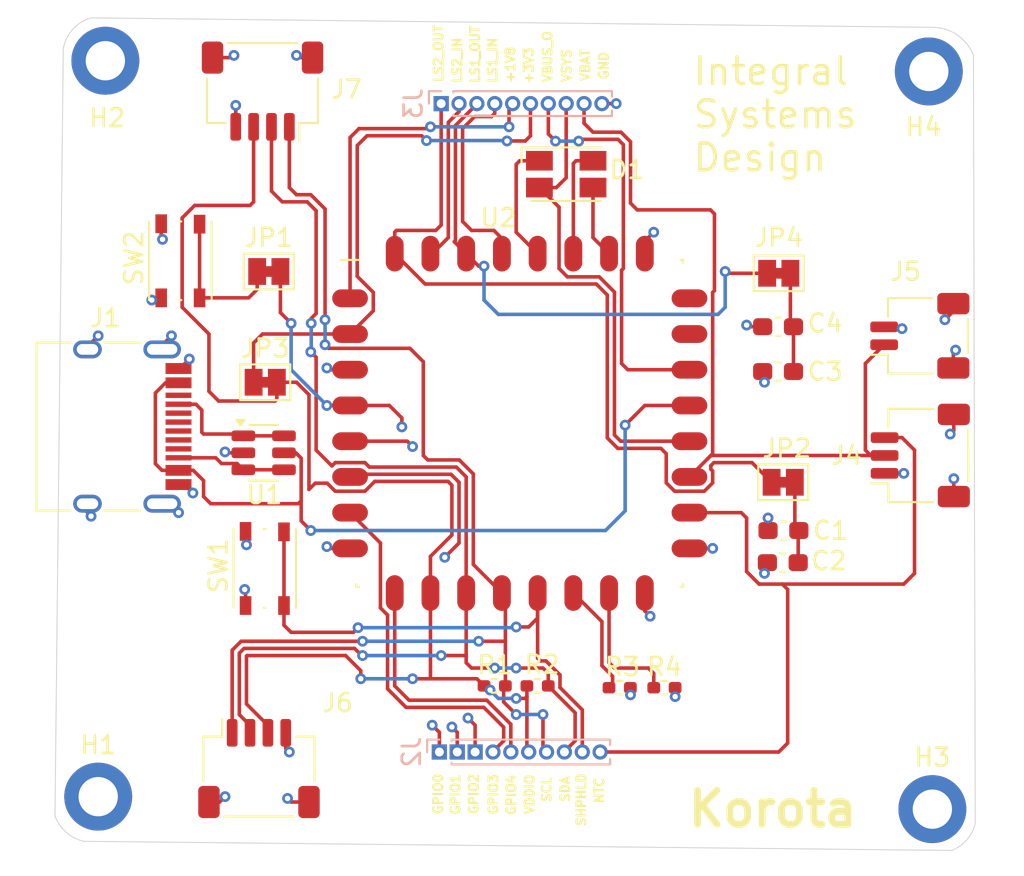
<source format=kicad_pcb>
(kicad_pcb (version 20240108) (generator "pcbnew") (generator_version "8.0")
  (layers (0 "F.Cu" signal) (1 "In1.Cu" signal) (2 "In2.Cu" mixed) (31 "B.Cu" signal) (34 "B.Paste" user) (35 "F.Paste" user) (36 "B.SilkS" user "B.Silkscreen") (37 "F.SilkS" user "F.Silkscreen") (38 "B.Mask" user) (39 "F.Mask" user) (44 "Edge.Cuts" user))
  (net 0 "")
  (net 1 "Net-(D1-GK)")
  (net 2 "Net-(D1-RK)")
  (net 3 "Net-(D1-BK)")
  (net 4 "VSYS")
  (net 5 "VDDIO")
  (net 6 "/GPIO4")
  (net 7 "/SDA")
  (net 8 "/NTC")
  (net 9 "/GPIO3")
  (net 10 "/SHPHLD")
  (net 11 "/GPIO0")
  (net 12 "/GPIO2")
  (net 13 "/GPIO1")
  (net 14 "/SCL")
  (net 15 "/LS2_OUT")
  (net 16 "+3V3")
  (net 17 "/VBAT")
  (net 18 "/LS1_OUT")
  (net 19 "/LS1_IN")
  (net 20 "/VBUS_OUT")
  (net 21 "/LS2_IN")
  (net 22 "GND")
  (net 23 "+1V8")
  (net 24 "Net-(JP2-B)")
  (net 25 "Net-(JP4-B)")
  (net 26 "Net-(JP1-A)")
  (net 27 "Net-(U2-VSET2)")
  (net 28 "Net-(U2-VSET1)")
  (net 29 "Net-(U1-VBUS)")
  (net 30 "Net-(J1-CC2)")
  (net 31 "Net-(J1-CC1)")
  (footprint "MountingHole:MountingHole_2.2mm_M2_DIN965_Pad" (layer "F.Cu") (at 101.7 90.1)
    (property "Reference" "H1")
    (property "Value" "MountingHole")
  )
  (footprint "Connector_JST:JST_SH_SM02B-SRSS-TB_1x02-1MP_P1.00mm_Horizontal" (layer "F.Cu") (at 147.7 64.3 90)
    (property "Reference" "J5")
    (property "Value" "Conn_01x02_MountingPin")
  )
  (footprint "Resistor_SMD:R_0402_1005Metric_Pad0.72x0.64mm_HandSolder" (layer "F.Cu") (at 133.4 84)
    (property "Reference" "R4")
    (property "Value" "47k")
  )
  (footprint "Jumper:SolderJumper-2_P1.3mm_Bridged_Pad1.0x1.5mm" (layer "F.Cu") (at 139.8 60.8)
    (property "Reference" "JP4")
    (property "Value" "SolderJumper_2_Bridged")
  )
  (footprint "Jumper:SolderJumper-2_P1.3mm_Bridged_Pad1.0x1.5mm" (layer "F.Cu") (at 111.25 60.7)
    (property "Reference" "JP1")
    (property "Value" "SolderJumper_2_Bridged")
  )
  (footprint "Capacitor_SMD:C_0603_1608Metric_Pad1.08x0.95mm_HandSolder" (layer "F.Cu") (at 140.0625 75.2 180)
    (property "Reference" "C1")
    (property "Value" "10uF")
  )
  (footprint "Jumper:SolderJumper-2_P1.3mm_Bridged_Pad1.0x1.5mm" (layer "F.Cu") (at 111.05 66.9)
    (property "Reference" "JP3")
    (property "Value" "SolderJumper_2_Bridged")
  )
  (footprint "Button_Switch_SMD:SW_Push_1P1T_NO_Vertical_Wuerth_434133025816" (layer "F.Cu") (at 106.3 60.1 90)
    (property "Reference" "SW2")
    (property "Value" "SW_Push")
  )
  (footprint "Jumper:SolderJumper-2_P1.3mm_Bridged_Pad1.0x1.5mm" (layer "F.Cu") (at 140.05 72.5)
    (property "Reference" "JP2")
    (property "Value" "SolderJumper_2_Bridged")
  )
  (footprint "MountingHole:MountingHole_2.2mm_M2_DIN965_Pad" (layer "F.Cu") (at 148.4 90.8)
    (property "Reference" "H3")
    (property "Value" "MountingHole")
  )
  (footprint "Capacitor_SMD:C_0603_1608Metric_Pad1.08x0.95mm_HandSolder" (layer "F.Cu") (at 139.7625 63.79 180)
    (property "Reference" "C4")
    (property "Value" "10uF")
  )
  (footprint "MountingHole:MountingHole_2.2mm_M2_DIN965_Pad" (layer "F.Cu") (at 102.1 48.9)
    (property "Reference" "H2")
    (property "Value" "MountingHole")
  )
  (footprint "Resistor_SMD:R_0402_1005Metric_Pad0.72x0.64mm_HandSolder" (layer "F.Cu") (at 130.895 84)
    (property "Reference" "R3")
    (property "Value" "330k")
  )
  (footprint "Capacitor_SMD:C_0603_1608Metric_Pad1.08x0.95mm_HandSolder" (layer "F.Cu") (at 139.7625 66.3 180)
    (property "Reference" "C3")
    (property "Value" "10uF")
  )
  (footprint "Connector_JST:JST_SH_SM04B-SRSS-TB_1x04-1MP_P1.00mm_Horizontal" (layer "F.Cu") (at 110.9 50.6 180)
    (property "Reference" "J7")
    (property "Value" "Conn_01x04_MountingPin")
  )
  (footprint "MountingHole:MountingHole_2.2mm_M2_DIN965_Pad" (layer "F.Cu") (at 148.2 49.5)
    (property "Reference" "H4")
    (property "Value" "MountingHole")
  )
  (footprint "Resistor_SMD:R_0402_1005Metric_Pad0.72x0.64mm_HandSolder" (layer "F.Cu") (at 126.2975 83.9)
    (property "Reference" "R2")
    (property "Value" "10k")
  )
  (footprint "Resistor_SMD:R_0402_1005Metric_Pad0.72x0.64mm_HandSolder" (layer "F.Cu") (at 123.8975 83.9)
    (property "Reference" "R1")
    (property "Value" "10k")
  )
  (footprint "Connector_JST:JST_SH_SM03B-SRSS-TB_1x03-1MP_P1.00mm_Horizontal" (layer "F.Cu") (at 147.725 71 90)
    (property "Reference" "J4")
    (property "Value" "Conn_01x03_MountingPin")
  )
  (footprint "Capacitor_SMD:C_0603_1608Metric_Pad1.08x0.95mm_HandSolder" (layer "F.Cu") (at 140.025 77 180)
    (property "Reference" "C2")
    (property "Value" "10uF")
  )
  (footprint "My_symbols:nPM1300-Stamp_18x18_Pitch2mm" (layer "F.Cu") (at 125.3 69.2)
    (property "Reference" "U2")
    (property "Value" "nPM1300 Stamp")
  )
  (footprint "Connector_USB:USB_C_Receptacle_HRO_TYPE-C-31-M-12" (layer "F.Cu") (at 102.15 69.38 -90)
    (property "Reference" "J1")
    (property "Value" "USB_C_Receptacle_USB2.0_14P")
  )
  (footprint "Button_Switch_SMD:SW_Push_1P1T_NO_Vertical_Wuerth_434133025816" (layer "F.Cu") (at 111.025 77.325 90)
    (property "Reference" "SW1")
    (property "Value" "SW_Push")
  )
  (footprint "LED_SMD:LED_Avago_PLCC4_3.2x2.8mm_CW" (layer "F.Cu") (at 127.9 55.25)
    (property "Reference" "D1")
    (property "Value" "ASMB-MTB1-0A3A2")
  )
  (footprint "Connector_JST:JST_SH_SM04B-SRSS-TB_1x04-1MP_P1.00mm_Horizontal" (layer "F.Cu") (at 110.7 88.525)
    (property "Reference" "J6")
    (property "Value" "Conn_01x04_MountingPin")
  )
  (footprint "Package_TO_SOT_SMD:SOT-23-6" (layer "F.Cu") (at 110.9625 70.85)
    (property "Reference" "U1")
    (property "Value" "USBLC6-2SC6")
  )
  (footprint "Connector_PinHeader_1.00mm:PinHeader_1x10_P1.00mm_Vertical" (layer "B.Cu") (at 120.8 87.6 -90)
    (property "Reference" "J2")
    (property "Value" "Conn_01x10")
  )
  (footprint "Connector_PinHeader_1.00mm:PinHeader_1x10_P1.00mm_Vertical" (layer "B.Cu") (at 120.9 51.3 -90)
    (property "Reference" "J3")
    (property "Value" "Conn_01x10")
  )
  (gr_arc (start 99.743398 48.254944) (mid 100.266088 47.15075) (end 101.3 46.500001) (stroke (width 0.05)) (layer "Edge.Cuts"))
  (gr_line (start 99.743398 48.254944) (end 99.27973 91.171008) (stroke (width 0.05)) (layer "Edge.Cuts"))
  (gr_line (start 149.482414 93.111921) (end 100.9 92.6) (stroke (width 0.05)) (layer "Edge.Cuts"))
  (gr_arc (start 100.9 92.599999) (mid 99.907701 92.092052) (end 99.27973 91.171008) (stroke (width 0.05)) (layer "Edge.Cuts"))
  (gr_line (start 101.3 46.5) (end 148.46922 47.031153) (stroke (width 0.05)) (layer "Edge.Cuts"))
  (gr_line (start 150.699999 48.6) (end 150.8 91.6) (stroke (width 0.05)) (layer "Edge.Cuts"))
  (gr_arc (start 150.8 91.6) (mid 150.327438 92.518254) (end 149.482414 93.111921) (stroke (width 0.05)) (layer "Edge.Cuts"))
  (gr_arc (start 148.46922 47.031153) (mid 149.820782 47.479758) (end 150.699999 48.6) (stroke (width 0.05)) (layer "Edge.Cuts"))
  (gr_text "SDA" (at 127.85 89.675 90) (layer "F.SilkS") (effects (font (size 0.5 0.5) (thickness 0.125))))
  (gr_text "LS1_OUT" (at 122.8 48.55 90) (layer "F.SilkS") (effects (font (size 0.5 0.5) (thickness 0.125))))
  (gr_text "LS2_IN" (at 121.8 48.875 90) (layer "F.SilkS") (effects (font (size 0.5 0.5) (thickness 0.125))))
  (gr_text "+1V8" (at 124.775 49.125 90) (layer "F.SilkS") (effects (font (size 0.5 0.5) (thickness 0.125))))
  (gr_text "GPIO0" (at 120.725 89.95 90) (layer "F.SilkS") (effects (font (size 0.5 0.5) (thickness 0.125))))
  (gr_text "SHPHLD" (at 128.75 90.275 90) (layer "F.SilkS") (effects (font (size 0.5 0.5) (thickness 0.125))))
  (gr_text "+3V3" (at 125.8 49.175 90) (layer "F.SilkS") (effects (font (size 0.5 0.5) (thickness 0.125))))
  (gr_text "VBUS_O" (at 126.85 48.675 90) (layer "F.SilkS") (effects (font (size 0.5 0.5) (thickness 0.125))))
  (gr_text "VDDIO" (at 125.85 89.975 90) (layer "F.SilkS") (effects (font (size 0.5 0.5) (thickness 0.125))))
  (gr_text "GND" (at 130 49.175 90) (layer "F.SilkS") (effects (font (size 0.5 0.5) (thickness 0.125))))
  (gr_text "SCL" (at 126.8 89.7 90) (layer "F.SilkS") (effects (font (size 0.5 0.5) (thickness 0.125))))
  (gr_text "GPIO1" (at 121.7 89.975 90) (layer "F.SilkS") (effects (font (size 0.5 0.5) (thickness 0.125))))
  (gr_text "Korota" (at 134.55 91.9 0) (layer "F.SilkS") (effects (font (size 1.9 1.9) (thickness 0.38) (bold yes)) (justify left bottom)))
  (gr_text "NTC" (at 129.75 89.75 90) (layer "F.SilkS") (effects (font (size 0.5 0.5) (thickness 0.125))))
  (gr_text "LS2_OUT" (at 120.75 48.5 90) (layer "F.SilkS") (effects (font (size 0.5 0.5) (thickness 0.125))))
  (gr_text "Integral\nSystems\nDesign" (at 134.9 55.2 0) (layer "F.SilkS") (effects (font (size 1.5 1.5) (thickness 0.2) (bold yes)) (justify left bottom)))
  (gr_text "GPIO3" (at 123.825 89.975 90) (layer "F.SilkS") (effects (font (size 0.5 0.5) (thickness 0.125))))
  (gr_text "GPIO2" (at 122.725 89.95 90) (layer "F.SilkS") (effects (font (size 0.5 0.5) (thickness 0.125))))
  (gr_text "GPIO4" (at 124.825 90 90) (layer "F.SilkS") (effects (font (size 0.5 0.5) (thickness 0.125))))
  (gr_text "VSYS" (at 127.925 49.175 90) (layer "F.SilkS") (effects (font (size 0.5 0.5) (thickness 0.125))))
  (gr_text "VBAT" (at 128.975 49.15 90) (layer "F.SilkS") (effects (font (size 0.5 0.5) (thickness 0.125))))
  (gr_text "LS1_IN" (at 123.775 48.875 90) (layer "F.SilkS") (effects (font (size 0.5 0.5) (thickness 0.125))))
  (segment (start 129.4 54.5) (end 128.45 54.5) (width 0.2) (layer "F.Cu") (net 1))
  (segment (start 128.45 54.5) (end 128.3 54.65) (width 0.2) (layer "F.Cu") (net 1))
  (segment (start 128.3 54.65) (end 128.3 59.7) (width 0.2) (layer "F.Cu") (net 1))
  (segment (start 125.1 54.7) (end 125.1 58.5) (width 0.2) (layer "F.Cu") (net 2))
  (segment (start 125.1 58.5) (end 126.3 59.7) (width 0.2) (layer "F.Cu") (net 2))
  (segment (start 125.3 54.5) (end 125.1 54.7) (width 0.2) (layer "F.Cu") (net 2))
  (segment (start 126.4 54.5) (end 125.3 54.5) (width 0.2) (layer "F.Cu") (net 2))
  (segment (start 129.4 58.8) (end 130.3 59.7) (width 0.2) (layer "F.Cu") (net 3))
  (segment (start 129.4 56) (end 129.4 58.8) (width 0.2) (layer "F.Cu") (net 3))
  (segment (start 134.8 70.2) (end 130.95 70.2) (width 0.2) (layer "F.Cu") (net 4))
  (segment (start 130.6 61.85) (end 129.75 61) (width 0.2) (layer "F.Cu") (net 4))
  (segment (start 126.4 56) (end 127.35 56) (width 0.2) (layer "F.Cu") (net 4))
  (segment (start 127.5 57.1) (end 126.4 56) (width 0.2) (layer "F.Cu") (net 4))
  (segment (start 127.5 60.531371) (end 127.5 57.1) (width 0.2) (layer "F.Cu") (net 4))
  (segment (start 127.35 56) (end 127.9 55.45) (width 0.2) (layer "F.Cu") (net 4))
  (segment (start 130.6 69.85) (end 130.6 61.85) (width 0.2) (layer "F.Cu") (net 4))
  (segment (start 127.968629 61) (end 127.5 60.531371) (width 0.2) (layer "F.Cu") (net 4))
  (segment (start 129.75 61) (end 127.968629 61) (width 0.2) (layer "F.Cu") (net 4))
  (segment (start 127.9 55.45) (end 127.9 51.3) (width 0.2) (layer "F.Cu") (net 4))
  (segment (start 130.95 70.2) (end 130.6 69.85) (width 0.2) (layer "F.Cu") (net 4))
  (segment (start 120.3 83.5) (end 122.9 83.5) (width 0.2) (layer "F.Cu") (net 5))
  (segment (start 111.2 86.109448) (end 111.2 86.525) (width 0.2) (layer "F.Cu") (net 5))
  (segment (start 112.8 66.9) (end 111.7 66.9) (width 0.2) (layer "F.Cu") (net 5))
  (segment (start 125.1 84.6) (end 125.6 84.6) (width 0.2) (layer "F.Cu") (net 5))
  (segment (start 125.7 84.5) (end 125.7 87.5) (width 0.2) (layer "F.Cu") (net 5))
  (segment (start 120.3 78.7) (end 120.3 76.651471) (width 0.2) (layer "F.Cu") (net 5))
  (segment (start 107.1 57) (end 106.4 57.7) (width 0.2) (layer "F.Cu") (net 5))
  (segment (start 108.440686 67.95) (end 111.6 67.95) (width 0.2) (layer "F.Cu") (net 5))
  (segment (start 107.9 64.2) (end 107.9 67.409314) (width 0.2) (layer "F.Cu") (net 5))
  (segment (start 117.181371 72.45) (end 116.631371 73) (width 0.2) (layer "F.Cu") (net 5))
  (segment (start 113.5 67.6) (end 112.8 66.9) (width 0.2) (layer "F.Cu") (net 5))
  (segment (start 121.284314 72.45) (end 117.181371 72.45) (width 0.2) (layer "F.Cu") (net 5))
  (segment (start 111.6 67.95) (end 111.7 67.85) (width 0.2) (layer "F.Cu") (net 5))
  (segment (start 115.549997 82.199997) (end 110.031375 82.199997) (width 0.2) (layer "F.Cu") (net 5))
  (segment (start 123.409955 83.9) (end 123.640514 84.130559) (width 0.2) (layer "F.Cu") (net 5))
  (segment (start 110.4 52.6) (end 110.4 56.8) (width 0.2) (layer "F.Cu") (net 5))
  (segment (start 123.3 83.9) (end 123.409955 83.9) (width 0.2) (layer "F.Cu") (net 5))
  (segment (start 125.7 83.9) (end 125.7 84.5) (width 0.2) (layer "F.Cu") (net 5))
  (segment (start 113.5 72.9) (end 113.5 67.6) (width 0.2) (layer "F.Cu") (net 5))
  (segment (start 120.3 83.5) (end 119.3 83.5) (width 0.2) (layer "F.Cu") (net 5))
  (segment (start 125.7 87.5) (end 125.8 87.6) (width 0.2) (layer "F.Cu") (net 5))
  (segment (start 120.3 78.7) (end 120.3 83.5) (width 0.2) (layer "F.Cu") (net 5))
  (segment (start 110.4 56.8) (end 110.2 57) (width 0.2) (layer "F.Cu") (net 5))
  (segment (start 111.7 67.85) (end 111.7 66.9) (width 0.2) (layer "F.Cu") (net 5))
  (segment (start 116.631371 73) (end 114.968629 73) (width 0.2) (layer "F.Cu") (net 5))
  (segment (start 114.518629 72.55) (end 113.85 72.55) (width 0.2) (layer "F.Cu") (net 5))
  (segment (start 113.85 72.55) (end 113.5 72.9) (width 0.2) (layer "F.Cu") (net 5))
  (segment (start 121.5 72.665686) (end 121.284314 72.45) (width 0.2) (layer "F.Cu") (net 5))
  (segment (start 106.4 62.7) (end 107.9 64.2) (width 0.2) (layer "F.Cu") (net 5))
  (segment (start 107.9 67.409314) (end 108.440686 67.95) (width 0.2) (layer "F.Cu") (net 5))
  (segment (start 110 82.231372) (end 110 84.909448) (width 0.2) (layer "F.Cu") (net 5))
  (segment (start 122.9 83.5) (end 123.3 83.9) (width 0.2) (layer "F.Cu") (net 5))
  (segment (start 125.6 84.6) (end 125.7 84.5) (width 0.2) (layer "F.Cu") (net 5))
  (segment (start 110.031375 82.199997) (end 110 82.231372) (width 0.2) (layer "F.Cu") (net 5))
  (segment (start 116.4 83.5) (end 116.4 83.05) (width 0.2) (layer "F.Cu") (net 5))
  (segment (start 116.4 83.05) (end 115.549997 82.199997) (width 0.2) (layer "F.Cu") (net 5))
  (segment (start 106.4 57.7) (end 106.4 62.7) (width 0.2) (layer "F.Cu") (net 5))
  (segment (start 120.3 76.651471) (end 121.5 75.451471) (width 0.2) (layer "F.Cu") (net 5))
  (segment (start 121.5 75.451471) (end 121.5 72.665686) (width 0.2) (layer "F.Cu") (net 5))
  (segment (start 114.968629 73) (end 114.518629 72.55) (width 0.2) (layer "F.Cu") (net 5))
  (segment (start 110.2 57) (end 107.1 57) (width 0.2) (layer "F.Cu") (net 5))
  (segment (start 110 84.909448) (end 111.2 86.109448) (width 0.2) (layer "F.Cu") (net 5))
  (via (at 119.3 83.5) (size 0.6) (drill 0.3) (layers "F.Cu" "B.Cu") (net 5))
  (via (at 123.640514 84.130559) (size 0.6) (drill 0.3) (layers "F.Cu" "B.Cu") (net 5))
  (via (at 116.4 83.5) (size 0.6) (drill 0.3) (layers "F.Cu" "B.Cu") (net 5))
  (via (at 125.1 84.6) (size 0.6) (drill 0.3) (layers "F.Cu" "B.Cu") (net 5))
  (segment (start 119.3 83.5) (end 116.4 83.5) (width 0.2) (layer "B.Cu") (net 5))
  (segment (start 124.1 84.6) (end 125.1 84.6) (width 0.2) (layer "B.Cu") (net 5))
  (segment (start 123.640514 84.130559) (end 123.640514 84.140514) (width 0.2) (layer "B.Cu") (net 5))
  (segment (start 123.640514 84.140514) (end 124.1 84.6) (width 0.2) (layer "B.Cu") (net 5))
  (segment (start 124.8 86.048529) (end 124.8 87.6) (width 0.2) (layer "F.Cu") (net 6))
  (segment (start 118.3 78.7) (end 118.3 83.9) (width 0.2) (layer "F.Cu") (net 6))
  (segment (start 123.451471 84.7) (end 124.8 86.048529) (width 0.2) (layer "F.Cu") (net 6))
  (segment (start 118.3 83.9) (end 119.1 84.7) (width 0.2) (layer "F.Cu") (net 6))
  (segment (start 119.1 84.7) (end 123.451471 84.7) (width 0.2) (layer "F.Cu") (net 6))
  (segment (start 112 56.8) (end 113.4 56.8) (width 0.2) (layer "F.Cu") (net 7))
  (segment (start 126.6 82.9) (end 126.895 83.195) (width 0.2) (layer "F.Cu") (net 7))
  (segment (start 113.9 57.3) (end 113.9 63.051471) (width 0.2) (layer "F.Cu") (net 7))
  (segment (start 114.968629 71.4) (end 116.631371 71.4) (width 0.2) (layer "F.Cu") (net 7))
  (segment (start 113.9 70.7) (end 114.784315 71.584315) (width 0.2) (layer "F.Cu") (net 7))
  (segment (start 113.9 65.5) (end 113.9 70.7) (width 0.2) (layer "F.Cu") (net 7))
  (segment (start 128.4 85.405) (end 128.4 86.974695) (width 0.2) (layer "F.Cu") (net 7))
  (segment (start 109.865689 81.799997) (end 109.6 82.065686) (width 0.2) (layer "F.Cu") (net 7))
  (segment (start 114.784315 71.584315) (end 114.968629 71.4) (width 0.2) (layer "F.Cu") (net 7))
  (segment (start 116.051471 81.799997) (end 109.865689 81.799997) (width 0.2) (layer "F.Cu") (net 7))
  (segment (start 111.4 56.2) (end 112 56.8) (width 0.2) (layer "F.Cu") (net 7))
  (segment (start 116.451474 82.2) (end 116.051471 81.799997) (width 0.2) (layer "F.Cu") (net 7))
  (segment (start 111.4 52.6) (end 111.4 56.2) (width 0.2) (layer "F.Cu") (net 7))
  (segment (start 113.6 65.2) (end 113.9 65.5) (width 0.2) (layer "F.Cu") (net 7))
  (segment (start 116.881371 71.65) (end 121.75 71.65) (width 0.2) (layer "F.Cu") (net 7))
  (segment (start 122.3 82.6) (end 122.6 82.9) (width 0.2) (layer "F.Cu") (net 7))
  (segment (start 110.2 86.525) (end 110.2 86.109448) (width 0.2) (layer "F.Cu") (net 7))
  (segment (start 110.2 86.109448) (end 109.6 85.509448) (width 0.2) (layer "F.Cu") (net 7))
  (segment (start 122.3 82.2) (end 122.3 82.6) (width 0.2) (layer "F.Cu") (net 7))
  (segment (start 128.075 87.325) (end 127.8 87.6) (width 0.2) (layer "F.Cu") (net 7))
  (segment (start 122.6 82.9) (end 123.895 82.9) (width 0.2) (layer "F.Cu") (net 7))
  (segment (start 113.625401 63.32607) (end 113.625401 63.6) (width 0.2) (layer "F.Cu") (net 7))
  (segment (start 109.6 82.065686) (end 109.6 85.509448) (width 0.2) (layer "F.Cu") (net 7))
  (segment (start 116.631371 71.4) (end 116.881371 71.65) (width 0.2) (layer "F.Cu") (net 7))
  (segment (start 128.4 86.974695) (end 128.075 87.299695) (width 0.2) (layer "F.Cu") (net 7))
  (segment (start 126.895 83.9) (end 128.4 85.405) (width 0.2) (layer "F.Cu") (net 7))
  (segment (start 120.9 82.2) (end 122.3 82.2) (width 0.2) (layer "F.Cu") (net 7))
  (segment (start 113.9 63.051471) (end 113.625401 63.32607) (width 0.2) (layer "F.Cu") (net 7))
  (segment (start 113.4 56.8) (end 113.9 57.3) (width 0.2) (layer "F.Cu") (net 7))
  (segment (start 116.5 82.2) (end 116.451474 82.2) (width 0.2) (layer "F.Cu") (net 7))
  (segment (start 128.075 87.299695) (end 128.075 87.325) (width 0.2) (layer "F.Cu") (net 7))
  (segment (start 126.895 83.195) (end 126.895 83.9) (width 0.2) (layer "F.Cu") (net 7))
  (segment (start 122.3 72.2) (end 122.3 78.7) (width 0.2) (layer "F.Cu") (net 7))
  (segment (start 121.75 71.65) (end 122.3 72.2) (width 0.2) (layer "F.Cu") (net 7))
  (segment (start 125.095 82.9) (end 126.6 82.9) (width 0.2) (layer "F.Cu") (net 7))
  (segment (start 122.3 78.7) (end 122.3 82.2) (width 0.2) (layer "F.Cu") (net 7))
  (via (at 116.5 82.2) (size 0.6) (drill 0.3) (layers "F.Cu" "B.Cu") (net 7))
  (via (at 125.095 82.9) (size 0.6) (drill 0.3) (layers "F.Cu" "B.Cu") (net 7))
  (via (at 113.6 65.2) (size 0.6) (drill 0.3) (layers "F.Cu" "B.Cu") (net 7))
  (via (at 113.625401 63.6) (size 0.6) (drill 0.3) (layers "F.Cu" "B.Cu") (net 7))
  (via (at 123.895 82.9) (size 0.6) (drill 0.3) (layers "F.Cu" "B.Cu") (net 7))
  (via (at 120.9 82.2) (size 0.6) (drill 0.3) (layers "F.Cu" "B.Cu") (net 7))
  (segment (start 113.625401 63.6) (end 113.625401 65.174599) (width 0.2) (layer "B.Cu") (net 7))
  (segment (start 123.895 82.9) (end 125.095 82.9) (width 0.2) (layer "B.Cu") (net 7))
  (segment (start 113.625401 65.174599) (end 113.6 65.2) (width 0.2) (layer "B.Cu") (net 7))
  (segment (start 116.5 82.2) (end 120.9 82.2) (width 0.2) (layer "B.Cu") (net 7))
  (segment (start 146.8 78.2) (end 147.4 77.6) (width 0.2) (layer "F.Cu") (net 8))
  (segment (start 134.8 74.2) (end 137.7 74.2) (width 0.2) (layer "F.Cu") (net 8))
  (segment (start 139.8 87.6) (end 140.3 87.1) (width 0.2) (layer "F.Cu") (net 8))
  (segment (start 137.7 74.2) (end 138 74.5) (width 0.2) (layer "F.Cu") (net 8))
  (segment (start 140 78.2) (end 146.8 78.2) (width 0.2) (layer "F.Cu") (net 8))
  (segment (start 138 77.5) (end 138.7 78.2) (width 0.2) (layer "F.Cu") (net 8))
  (segment (start 146.7 70) (end 145.725 70) (width 0.2) (layer "F.Cu") (net 8))
  (segment (start 138.7 78.2) (end 140 78.2) (width 0.2) (layer "F.Cu") (net 8))
  (segment (start 140.3 78.5) (end 140 78.2) (width 0.2) (layer "F.Cu") (net 8))
  (segment (start 147.4 70.7) (end 146.7 70) (width 0.2) (layer "F.Cu") (net 8))
  (segment (start 147.4 77.6) (end 147.4 70.7) (width 0.2) (layer "F.Cu") (net 8))
  (segment (start 138 74.5) (end 138 77.5) (width 0.2) (layer "F.Cu") (net 8))
  (segment (start 129.8 87.6) (end 139.8 87.6) (width 0.2) (layer "F.Cu") (net 8))
  (segment (start 140.3 87.1) (end 140.3 78.5) (width 0.2) (layer "F.Cu") (net 8))
  (segment (start 124.4 86.214215) (end 123.285785 85.1) (width 0.2) (layer "F.Cu") (net 9))
  (segment (start 123.8 87.6) (end 124.075 87.325) (width 0.2) (layer "F.Cu") (net 9))
  (segment (start 117.9 84.065686) (end 117.9 79.931371) (width 0.2) (layer "F.Cu") (net 9))
  (segment (start 117.5 75.9) (end 115.8 74.2) (width 0.2) (layer "F.Cu") (net 9))
  (segment (start 124.4 86.974695) (end 124.4 86.214215) (width 0.2) (layer "F.Cu") (net 9))
  (segment (start 124.075 87.325) (end 124.075 87.299695) (width 0.2) (layer "F.Cu") (net 9))
  (segment (start 117.9 79.931371) (end 117.5 79.531371) (width 0.2) (layer "F.Cu") (net 9))
  (segment (start 118.7 84.865685) (end 118.634314 84.8) (width 0.2) (layer "F.Cu") (net 9))
  (segment (start 123.285785 85.1) (end 118.934314 85.1) (width 0.2) (layer "F.Cu") (net 9))
  (segment (start 118.634314 84.8) (end 117.9 84.065686) (width 0.2) (layer "F.Cu") (net 9))
  (segment (start 124.075 87.299695) (end 124.4 86.974695) (width 0.2) (layer "F.Cu") (net 9))
  (segment (start 117.5 79.531371) (end 117.5 75.9) (width 0.2) (layer "F.Cu") (net 9))
  (segment (start 118.934314 85.1) (end 118.7 84.865685) (width 0.2) (layer "F.Cu") (net 9))
  (segment (start 126.3 80.1) (end 126.3 78.7) (width 0.2) (layer "F.Cu") (net 10))
  (segment (start 127.5525 83.286814) (end 127.5525 83.991814) (width 0.2) (layer "F.Cu") (net 10))
  (segment (start 126.3 78.7) (end 126.3 82.35) (width 0.2) (layer "F.Cu") (net 10))
  (segment (start 127.5525 83.991814) (end 128.8 85.239314) (width 0.2) (layer "F.Cu") (net 10))
  (segment (start 125.1 80.6) (end 125.8 80.6) (width 0.2) (layer "F.Cu") (net 10))
  (segment (start 112.1 79.4) (end 112.1 80.5) (width 0.2) (layer "F.Cu") (net 10))
  (segment (start 125.8 80.6) (end 126.3 80.1) (width 0.2) (layer "F.Cu") (net 10))
  (segment (start 112.1 80.5) (end 112.5 80.9) (width 0.2) (layer "F.Cu") (net 10))
  (segment (start 112.5 80.9) (end 115.988065 80.9) (width 0.2) (layer "F.Cu") (net 10))
  (segment (start 128.8 85.239314) (end 128.8 87.6) (width 0.2) (layer "F.Cu") (net 10))
  (segment (start 115.988065 80.9) (end 116.247016 80.641049) (width 0.2) (layer "F.Cu") (net 10))
  (segment (start 126.765686 82.5) (end 127.5525 83.286814) (width 0.2) (layer "F.Cu") (net 10))
  (segment (start 126.3 82.35) (end 126.45 82.5) (width 0.2) (layer "F.Cu") (net 10))
  (segment (start 112.1 75.275) (end 112.1 79.4) (width 0.2) (layer "F.Cu") (net 10))
  (segment (start 126.45 82.5) (end 126.765686 82.5) (width 0.2) (layer "F.Cu") (net 10))
  (via (at 116.247016 80.641049) (size 0.6) (drill 0.3) (layers "F.Cu" "B.Cu") (net 10))
  (via (at 125.1 80.6) (size 0.6) (drill 0.3) (layers "F.Cu" "B.Cu") (net 10))
  (segment (start 125.058951 80.641049) (end 125.1 80.6) (width 0.2) (layer "B.Cu") (net 10))
  (segment (start 116.247016 80.641049) (end 125.058951 80.641049) (width 0.2) (layer "B.Cu") (net 10))
  (segment (start 112.5 63.6) (end 111.9 63) (width 0.2) (layer "F.Cu") (net 11))
  (segment (start 118.7 69.4) (end 118.7 68.9) (width 0.2) (layer "F.Cu") (net 11))
  (segment (start 118 68.2) (end 115.8 68.2) (width 0.2) (layer "F.Cu") (net 11))
  (segment (start 118.7 68.9) (end 118 68.2) (width 0.2) (layer "F.Cu") (net 11))
  (segment (start 115.8 68.2) (end 114.5 68.2) (width 0.2) (layer "F.Cu") (net 11))
  (segment (start 120.8 87.6) (end 120.8 86.5) (width 0.2) (layer "F.Cu") (net 11))
  (segment (start 120.8 86.5) (end 120.4 86.1) (width 0.2) (layer "F.Cu") (net 11))
  (segment (start 111.9 63) (end 111.9 60.7) (width 0.2) (layer "F.Cu") (net 11))
  (via (at 118.7 69.4) (size 0.6) (drill 0.3) (layers "F.Cu" "B.Cu") (net 11))
  (via (at 120.4 86.1) (size 0.6) (drill 0.3) (layers "F.Cu" "B.Cu") (net 11))
  (via (at 112.5 63.6) (size 0.6) (drill 0.3) (layers "F.Cu" "B.Cu") (net 11))
  (via (at 114.5 68.2) (size 0.6) (drill 0.3) (layers "F.Cu" "B.Cu") (net 11))
  (segment (start 114.5 68.2) (end 112.5 66.2) (width 0.2) (layer "B.Cu") (net 11))
  (segment (start 112.5 66.2) (end 112.5 63.6) (width 0.2) (layer "B.Cu") (net 11))
  (segment (start 116.715686 72.05) (end 116.615686 71.95) (width 0.2) (layer "F.Cu") (net 12))
  (segment (start 116.615686 71.95) (end 116.05 71.95) (width 0.2) (layer "F.Cu") (net 12))
  (segment (start 121.9 72.5) (end 121.45 72.05) (width 0.2) (layer "F.Cu") (net 12))
  (segment (start 122.8 87.6) (end 122.8 86.1) (width 0.2) (layer "F.Cu") (net 12))
  (segment (start 121.1 76.7) (end 121.9 75.9) (width 0.2) (layer "F.Cu") (net 12))
  (segment (start 121.9 75.9) (end 121.9 72.5) (width 0.2) (layer "F.Cu") (net 12))
  (segment (start 121.45 72.05) (end 116.715686 72.05) (width 0.2) (layer "F.Cu") (net 12))
  (segment (start 116.05 71.95) (end 115.8 72.2) (width 0.2) (layer "F.Cu") (net 12))
  (segment (start 122.8 86.1) (end 122.4 85.7) (width 0.2) (layer "F.Cu") (net 12))
  (via (at 121.1 76.7) (size 0.6) (drill 0.3) (layers "F.Cu" "B.Cu") (net 12))
  (via (at 122.4 85.7) (size 0.6) (drill 0.3) (layers "F.Cu" "B.Cu") (net 12))
  (segment (start 119 70.2) (end 115.8 70.2) (width 0.2) (layer "F.Cu") (net 13))
  (segment (start 119.3 70.5) (end 119 70.2) (width 0.2) (layer "F.Cu") (net 13))
  (segment (start 121.8 87.6) (end 121.8 86.5) (width 0.2) (layer "F.Cu") (net 13))
  (segment (start 121.8 86.5) (end 121.5 86.2) (width 0.2) (layer "F.Cu") (net 13))
  (via (at 119.3 70.5) (size 0.6) (drill 0.3) (layers "F.Cu" "B.Cu") (net 13))
  (via (at 121.5 86.2) (size 0.6) (drill 0.3) (layers "F.Cu" "B.Cu") (net 13))
  (segment (start 122.7 72.034314) (end 121.915686 71.25) (width 0.2) (layer "F.Cu") (net 14))
  (segment (start 112.4 56) (end 112.8 56.4) (width 0.2) (layer "F.Cu") (net 14))
  (segment (start 119.9 71) (end 119.9 65.75) (width 0.2) (layer "F.Cu") (net 14))
  (segment (start 109.700003 81.399997) (end 109.2 81.9) (width 0.2) (layer "F.Cu") (net 14))
  (segment (start 116.5 81.399997) (end 109.700003 81.399997) (width 0.2) (layer "F.Cu") (net 14))
  (segment (start 126.8 87.6) (end 126.7 87.6) (width 0.2) (layer "F.Cu") (net 14))
  (segment (start 114.4 57.2) (end 114.4 63.4) (width 0.2) (layer "F.Cu") (net 14))
  (segment (start 124.4 83.995) (end 124.495 83.9) (width 0.2) (layer "F.Cu") (net 14))
  (segment (start 112.4 52.6) (end 112.4 56) (width 0.2) (layer "F.Cu") (net 14))
  (segment (start 109.2 81.9) (end 109.2 86.525) (width 0.2) (layer "F.Cu") (net 14))
  (segment (start 112.8 56.4) (end 113.6 56.4) (width 0.2) (layer "F.Cu") (net 14))
  (segment (start 124.3 78.7) (end 122.7 77.1) (width 0.2) (layer "F.Cu") (net 14))
  (segment (start 121.915686 71.25) (end 120.15 71.25) (width 0.2) (layer "F.Cu") (net 14))
  (segment (start 126.6 87.5) (end 126.6 85.5) (width 0.2) (layer "F.Cu") (net 14))
  (segment (start 124.4 84.8) (end 124.4 83.995) (width 0.2) (layer "F.Cu") (net 14))
  (segment (start 124.495 78.895) (end 124.3 78.7) (width 0.2) (layer "F.Cu") (net 14))
  (segment (start 123 81.4) (end 124.495 81.4) (width 0.2) (layer "F.Cu") (net 14))
  (segment (start 122.7 77.1) (end 122.7 72.034314) (width 0.2) (layer "F.Cu") (net 14))
  (segment (start 119.15 65) (end 114.6 65) (width 0.2) (layer "F.Cu") (net 14))
  (segment (start 119.9 65.75) (end 119.15 65) (width 0.2) (layer "F.Cu") (net 14))
  (segment (start 126.7 87.6) (end 126.6 87.5) (width 0.2) (layer "F.Cu") (net 14))
  (segment (start 113.6 56.4) (end 114.4 57.2) (width 0.2) (layer "F.Cu") (net 14))
  (segment (start 125.1 85.5) (end 124.4 84.8) (width 0.2) (layer "F.Cu") (net 14))
  (segment (start 120.15 71.25) (end 119.9 71) (width 0.2) (layer "F.Cu") (net 14))
  (segment (start 124.495 83.9) (end 124.495 81.4) (width 0.2) (layer "F.Cu") (net 14))
  (segment (start 114.6 65) (end 114.4 64.8) (width 0.2) (layer "F.Cu") (net 14))
  (segment (start 124.495 81.4) (end 124.495 78.895) (width 0.2) (layer "F.Cu") (net 14))
  (via (at 114.4 64.8) (size 0.6) (drill 0.3) (layers "F.Cu" "B.Cu") (net 14))
  (via (at 125.1 85.5) (size 0.6) (drill 0.3) (layers "F.Cu" "B.Cu") (net 14))
  (via (at 114.4 63.4) (size 0.6) (drill 0.3) (layers "F.Cu" "B.Cu") (net 14))
  (via (at 116.5 81.399997) (size 0.6) (drill 0.3) (layers "F.Cu" "B.Cu") (net 14))
  (via (at 126.6 85.5) (size 0.6) (drill 0.3) (layers "F.Cu" "B.Cu") (net 14))
  (via (at 123 81.4) (size 0.6) (drill 0.3) (layers "F.Cu" "B.Cu") (net 14))
  (segment (start 116.5 81.399997) (end 122.999997 81.399997) (width 0.2) (layer "B.Cu") (net 14))
  (segment (start 114.4 64.8) (end 114.4 63.4) (width 0.2) (layer "B.Cu") (net 14))
  (segment (start 122.999997 81.399997) (end 123 81.4) (width 0.2) (layer "B.Cu") (net 14))
  (segment (start 126.6 85.5) (end 125.1 85.5) (width 0.2) (layer "B.Cu") (net 14))
  (segment (start 138.3 71.4) (end 136.165686 71.4) (width 0.2) (layer "F.Cu") (net 15))
  (segment (start 133.5 72.531371) (end 133.5 70.9) (width 0.2) (layer "F.Cu") (net 15))
  (segment (start 130.2 62.015686) (end 129.584314 61.4) (width 0.2) (layer "F.Cu") (net 15))
  (segment (start 136.165686 71.4) (end 136 71.565686) (width 0.2) (layer "F.Cu") (net 15))
  (segment (start 133.5 70.9) (end 133.2 70.6) (width 0.2) (layer "F.Cu") (net 15))
  (segment (start 136.1 71.868629) (end 136.1 72.531371) (width 0.2) (layer "F.Cu") (net 15))
  (segment (start 118.3 58.5) (end 118.4 58.4) (width 0.2) (layer "F.Cu") (net 15))
  (segment (start 133.968629 73) (end 133.5 72.531371) (width 0.2) (layer "F.Cu") (net 15))
  (segment (start 130.2 70.015686) (end 130.2 62.015686) (width 0.2) (layer "F.Cu") (net 15))
  (segment (start 136 71.565686) (end 136 71.768629) (width 0.2) (layer "F.Cu") (net 15))
  (segment (start 135.631371 73) (end 133.968629 73) (width 0.2) (layer "F.Cu") (net 15))
  (segment (start 136 71.768629) (end 136.1 71.868629) (width 0.2) (layer "F.Cu") (net 15))
  (segment (start 120.9 58.1) (end 120.9 51.3) (width 0.2) (layer "F.Cu") (net 15))
  (segment (start 136.1 72.531371) (end 135.631371 73) (width 0.2) (layer "F.Cu") (net 15))
  (segment (start 139.4 72.5) (end 138.3 71.4) (width 0.2) (layer "F.Cu") (net 15))
  (segment (start 118.3 59.7) (end 118.3 58.5) (width 0.2) (layer "F.Cu") (net 15))
  (segment (start 130.784314 70.6) (end 130.2 70.015686) (width 0.2) (layer "F.Cu") (net 15))
  (segment (start 120 61.4) (end 118.3 59.7) (width 0.2) (layer "F.Cu") (net 15))
  (segment (start 133.2 70.6) (end 130.784314 70.6) (width 0.2) (layer "F.Cu") (net 15))
  (segment (start 120.6 58.4) (end 120.9 58.1) (width 0.2) (layer "F.Cu") (net 15))
  (segment (start 129.584314 61.4) (end 120 61.4) (width 0.2) (layer "F.Cu") (net 15))
  (segment (start 118.4 58.4) (end 120.6 58.4) (width 0.2) (layer "F.Cu") (net 15))
  (segment (start 117.1 62.9) (end 117.1 61.868629) (width 0.2) (layer "F.Cu") (net 16))
  (segment (start 116.2 53.65) (end 116.75 53.1) (width 0.2) (layer "F.Cu") (net 16))
  (segment (start 116.75 53.1) (end 119.811 53.1) (width 0.2) (layer "F.Cu") (net 16))
  (segment (start 116.2 60.968629) (end 116.2 53.65) (width 0.2) (layer "F.Cu") (net 16))
  (segment (start 117.1 61.868629) (end 116.2 60.968629) (width 0.2) (layer "F.Cu") (net 16))
  (segment (start 119.811 53.1) (end 120.080222 53.369222) (width 0.2) (layer "F.Cu") (net 16))
  (segment (start 110.4 66.9) (end 110.4 64.7) (width 0.2) (layer "F.Cu") (net 16))
  (segment (start 115.8 64.2) (end 117.1 62.9) (width 0.2) (layer "F.Cu") (net 16))
  (segment (start 110.9 64.2) (end 115.8 64.2) (width 0.2) (layer "F.Cu") (net 16))
  (segment (start 110.4 64.7) (end 110.9 64.2) (width 0.2) (layer "F.Cu") (net 16))
  (segment (start 124.586863 53.391962) (end 125.608038 53.391962) (width 0.2) (layer "F.Cu") (net 16))
  (segment (start 125.9 53.1) (end 125.9 51.3) (width 0.2) (layer "F.Cu") (net 16))
  (segment (start 125.608038 53.391962) (end 125.9 53.1) (width 0.2) (layer "F.Cu") (net 16))
  (via (at 124.586863 53.391962) (size 0.6) (drill 0.3) (layers "F.Cu" "B.Cu") (net 16))
  (via (at 120.080222 53.369222) (size 0.6) (drill 0.3) (layers "F.Cu" "B.Cu") (net 16))
  (segment (start 124.564123 53.369222) (end 124.586863 53.391962) (width 0.2) (layer "B.Cu") (net 16))
  (segment (start 120.080222 53.369222) (end 124.564123 53.369222) (width 0.2) (layer "B.Cu") (net 16))
  (segment (start 136.2 61.768629) (end 136.2 57.475) (width 0.2) (layer "F.Cu") (net 17))
  (segment (start 136.1 70.9) (end 136.1 61.868629) (width 0.2) (layer "F.Cu") (net 17))
  (segment (start 145.725 71) (end 144.950001 71) (width 0.2) (layer "F.Cu") (net 17))
  (segment (start 144.950001 71) (end 144.65 70.699999) (width 0.2) (layer "F.Cu") (net 17))
  (segment (start 129.4 52.9) (end 128.9 52.4) (width 0.2) (layer "F.Cu") (net 17))
  (segment (start 134.8 72.2) (end 135.8 71.2) (width 0.2) (layer "F.Cu") (net 17))
  (segment (start 136.1 61.868629) (end 136.2 61.768629) (width 0.2) (layer "F.Cu") (net 17))
  (segment (start 135.8 71.2) (end 136 71) (width 0.2) (layer "F.Cu") (net 17))
  (segment (start 131.5 56.875) (end 131.5 53.434314) (width 0.2) (layer "F.Cu") (net 17))
  (segment (start 144.65 65.85) (end 145.7 64.8) (width 0.2) (layer "F.Cu") (net 17))
  (segment (start 135.8 71.2) (end 136.1 70.9) (width 0.2) (layer "F.Cu") (net 17))
  (segment (start 130.965686 52.9) (end 129.4 52.9) (width 0.2) (layer "F.Cu") (net 17))
  (segment (start 144.65 70.699999) (end 144.65 65.85) (width 0.2) (layer "F.Cu") (net 17))
  (segment (start 136.2 57.475) (end 135.975 57.25) (width 0.2) (layer "F.Cu") (net 17))
  (segment (start 128.9 52.4) (end 128.9 51.3) (width 0.2) (layer "F.Cu") (net 17))
  (segment (start 131.5 53.434314) (end 130.965686 52.9) (width 0.2) (layer "F.Cu") (net 17))
  (segment (start 131.875 57.25) (end 131.5 56.875) (width 0.2) (layer "F.Cu") (net 17))
  (segment (start 136 71) (end 145.725 71) (width 0.2) (layer "F.Cu") (net 17))
  (segment (start 135.975 57.25) (end 131.875 57.25) (width 0.2) (layer "F.Cu") (net 17))
  (segment (start 121.7 58.965686) (end 121.7 52.525305) (width 0.2) (layer "F.Cu") (net 18))
  (segment (start 122.3 59.7) (end 121.632843 59.032843) (width 0.2) (layer "F.Cu") (net 18))
  (segment (start 121.632843 59.032843) (end 121.7 58.965686) (width 0.2) (layer "F.Cu") (net 18))
  (segment (start 139.15 60.8) (end 136.9 60.8) (width 0.2) (layer "F.Cu") (net 18))
  (segment (start 121.7 52.525305) (end 122.9 51.325305) (width 0.2) (layer "F.Cu") (net 18))
  (segment (start 122.9 51.325305) (end 122.9 51.3) (width 0.2) (layer "F.Cu") (net 18))
  (segment (start 123 60.4) (end 122.3 59.7) (width 0.2) (layer "F.Cu") (net 18))
  (segment (start 136.9 60.8) (end 136.8 60.7) (width 0.2) (layer "F.Cu") (net 18))
  (segment (start 123.3 60.4) (end 123 60.4) (width 0.2) (layer "F.Cu") (net 18))
  (via (at 136.8 60.7) (size 0.6) (drill 0.3) (layers "F.Cu" "B.Cu") (net 18))
  (via (at 123.3 60.4) (size 0.6) (drill 0.3) (layers "F.Cu" "B.Cu") (net 18))
  (segment (start 123.3 62.3) (end 123.3 60.4) (width 0.2) (layer "B.Cu") (net 18))
  (segment (start 136.8 62.7) (end 136.4 63.1) (width 0.2) (layer "B.Cu") (net 18))
  (segment (start 136.4 63.1) (end 124.1 63.1) (width 0.2) (layer "B.Cu") (net 18))
  (segment (start 136.8 60.7) (end 136.8 62.7) (width 0.2) (layer "B.Cu") (net 18))
  (segment (start 124.1 63.1) (end 123.3 62.3) (width 0.2) (layer "B.Cu") (net 18))
  (segment (start 123.9 51.85) (end 123.9 51.3) (width 0.2) (layer "F.Cu") (net 19))
  (segment (start 123.725 52.025) (end 123.9 51.85) (width 0.2) (layer "F.Cu") (net 19))
  (segment (start 122.1 52.7) (end 122.775 52.025) (width 0.2) (layer "F.Cu") (net 19))
  (segment (start 124.3 59.7) (end 124.3 58.85) (width 0.2) (layer "F.Cu") (net 19))
  (segment (start 122.6 58.4) (end 122.1 57.9) (width 0.2) (layer "F.Cu") (net 19))
  (segment (start 123.85 58.4) (end 122.6 58.4) (width 0.2) (layer "F.Cu") (net 19))
  (segment (start 122.1 57.9) (end 122.1 52.7) (width 0.2) (layer "F.Cu") (net 19))
  (segment (start 122.775 52.025) (end 123.725 52.025) (width 0.2) (layer "F.Cu") (net 19))
  (segment (start 124.3 58.85) (end 123.85 58.4) (width 0.2) (layer "F.Cu") (net 19))
  (segment (start 130.8 53.3) (end 128.7 53.3) (width 0.2) (layer "F.Cu") (net 20))
  (segment (start 131 60.631371) (end 131.1 60.531371) (width 0.2) (layer "F.Cu") (net 20))
  (segment (start 128.7 53.3) (end 128.6 53.4) (width 0.2) (layer "F.Cu") (net 20))
  (segment (start 131.35 66.2) (end 131 65.85) (width 0.2) (layer "F.Cu") (net 20))
  (segment (start 127.3 53.4) (end 126.9 53) (width 0.2) (layer "F.Cu") (net 20))
  (segment (start 131 65.85) (end 131 60.631371) (width 0.2) (layer "F.Cu") (net 20))
  (segment (start 131.1 60.531371) (end 131.1 53.6) (width 0.2) (layer "F.Cu") (net 20))
  (segment (start 134.8 66.2) (end 131.35 66.2) (width 0.2) (layer "F.Cu") (net 20))
  (segment (start 131.1 53.6) (end 130.8 53.3) (width 0.2) (layer "F.Cu") (net 20))
  (segment (start 126.9 53) (end 126.9 51.3) (width 0.2) (layer "F.Cu") (net 20))
  (via (at 128.6 53.4) (size 0.6) (drill 0.3) (layers "F.Cu" "B.Cu") (net 20))
  (via (at 127.3 53.4) (size 0.6) (drill 0.3) (layers "F.Cu" "B.Cu") (net 20))
  (segment (start 128.6 53.4) (end 127.3 53.4) (width 0.2) (layer "B.Cu") (net 20))
  (segment (start 120.4 59.7) (end 121.3 58.8) (width 0.2) (layer "F.Cu") (net 21))
  (segment (start 121.9 51.75) (end 121.9 51.3) (width 0.2) (layer "F.Cu") (net 21))
  (segment (start 121.3 52.35) (end 121.9 51.75) (width 0.2) (layer "F.Cu") (net 21))
  (segment (start 121.3 58.8) (end 121.3 52.35) (width 0.2) (layer "F.Cu") (net 21))
  (segment (start 120.3 59.7) (end 120.4 59.7) (width 0.2) (layer "F.Cu") (net 21))
  (segment (start 112.2 87.4) (end 112.4 87.6) (width 0.2) (layer "F.Cu") (net 22))
  (segment (start 101.1 64.9) (end 101.7 64.3) (width 0.2) (layer "F.Cu") (net 22))
  (segment (start 112.925 48.725) (end 112.8 48.6) (width 0.2) (layer "F.Cu") (net 22))
  (segment (start 109.95 75.25) (end 109.95 75.95) (width 0.2) (layer "F.Cu") (net 22))
  (segment (start 138.9 66.8) (end 139 66.9) (width 0.2) (layer "F.Cu") (net 22))
  (segment (start 107.9 90.4) (end 108.5 90.4) (width 0.2) (layer "F.Cu") (net 22))
  (segment (start 149.6 73.3) (end 149.6 72.3) (width 0.2) (layer "F.Cu") (net 22))
  (segment (start 129.9 51.3) (end 130.7 51.3) (width 0.2) (layer "F.Cu") (net 22))
  (segment (start 109.825 70.85) (end 108.85 70.85) (width 0.2) (layer "F.Cu") (net 22))
  (segment (start 108.85 70.85) (end 108.8 70.8) (width 0.2) (layer "F.Cu") (net 22))
  (segment (start 114.6 66.2) (end 114.5 66.1) (width 0.2) (layer "F.Cu") (net 22))
  (segment (start 109.95 78.55) (end 109.9 78.5) (width 0.2) (layer "F.Cu") (net 22))
  (segment (start 112.2 86.525) (end 112.2 87.4) (width 0.2) (layer "F.Cu") (net 22))
  (segment (start 101.1 74.2) (end 101.3 74.4) (width 0.2) (layer "F.Cu") (net 22))
  (segment (start 145.7 63.8) (end 146.6 63.8) (width 0.2) (layer "F.Cu") (net 22))
  (segment (start 149.575 62.5) (end 149.575 62.925) (width 0.2) (layer "F.Cu") (net 22))
  (segment (start 138.9 66.3) (end 138.9 66.8) (width 0.2) (layer "F.Cu") (net 22))
  (segment (start 109.95 79.4) (end 109.95 78.55) (width 0.2) (layer "F.Cu") (net 22))
  (segment (start 108.1 48.725) (end 109.175 48.725) (width 0.2) (layer "F.Cu") (net 22))
  (segment (start 112.5 90.4) (end 112.3 90.2) (width 0.2) (layer "F.Cu") (net 22))
  (segment (start 109.4 52.6) (end 109.4 51.4) (width 0.2) (layer "F.Cu") (net 22))
  (segment (start 105.7 73.7) (end 106.2 74.2) (width 0.2) (layer "F.Cu") (net 22))
  (segment (start 149.575 62.925) (end 149.1 63.4) (width 0.2) (layer "F.Cu") (net 22))
  (segment (start 131.4925 84) (end 131.4925 84.3925) (width 0.2) (layer "F.Cu") (net 22))
  (segment (start 113.7 48.725) (end 112.925 48.725) (width 0.2) (layer "F.Cu") (net 22))
  (segment (start 132.3 79.7) (end 132.6 80) (width 0.2) (layer "F.Cu") (net 22))
  (segment (start 106.27 66.13) (end 106.8 65.6) (width 0.2) (layer "F.Cu") (net 22))
  (segment (start 133.9975 84) (end 133.9975 84.4975) (width 0.2) (layer "F.Cu") (net 22))
  (segment (start 131.4925 84.3925) (end 131.5 84.4) (width 0.2) (layer "F.Cu") (net 22))
  (segment (start 139.2 75.2) (end 139.2 74.5) (width 0.2) (layer "F.Cu") (net 22))
  (segment (start 104.825 62.175) (end 104.7 62.3) (width 0.2) (layer "F.Cu") (net 22))
  (segment (start 105.225 62.175) (end 104.825 62.175) (width 0.2) (layer "F.Cu") (net 22))
  (segment (start 105.225 58.025) (end 105.225 58.825) (width 0.2) (layer "F.Cu") (net 22))
  (segment (start 113.5 90.4) (end 112.5 90.4) (width 0.2) (layer "F.Cu") (net 22))
  (segment (start 139.1625 77.4375) (end 139 77.6) (width 0.2) (layer "F.Cu") (net 22))
  (segment (start 106.195 66.13) (end 106.27 66.13) (width 0.2) (layer "F.Cu") (net 22))
  (segment (start 132.3 59) (end 132.8 58.5) (width 0.2) (layer "F.Cu") (net 22))
  (segment (start 105.28 73.7) (end 105.7 73.7) (width 0.2) (layer "F.Cu") (net 22))
  (segment (start 138.9 63.79) (end 138.09 63.79) (width 0.2) (layer "F.Cu") (net 22))
  (segment (start 115.8 76.2) (end 114.6 76.2) (width 0.2) (layer "F.Cu") (net 22))
  (segment (start 146.6 63.8) (end 146.7 63.9) (width 0.2) (layer "F.Cu") (net 22))
  (segment (start 108.5 90.4) (end 108.8 90.1) (width 0.2) (layer "F.Cu") (net 22))
  (segment (start 109.95 75.95) (end 110 76) (width 0.2) (layer "F.Cu") (net 22))
  (segment (start 134.8 76.2) (end 136.1 76.2) (width 0.2) (layer "F.Cu") (net 22))
  (segment (start 149.575 65.225) (end 149.7 65.1) (width 0.2) (layer "F.Cu") (net 22))
  (segment (start 115.8 66.2) (end 114.6 66.2) (width 0.2) (layer "F.Cu") (net 22))
  (segment (start 132.3 59.7) (end 132.3 59) (width 0.2) (layer "F.Cu") (net 22))
  (segment (start 149.575 66.1) (end 149.575 65.225) (width 0.2) (layer "F.Cu") (net 22))
  (segment (start 101.1 65.06) (end 101.1 64.9) (width 0.2) (layer "F.Cu") (net 22))
  (segment (start 105.28 64.82) (end 105.8 64.3) (width 0.2) (layer "F.Cu") (net 22))
  (segment (start 132.3 78.7) (end 132.3 79.7) (width 0.2) (layer "F.Cu") (net 22))
  (segment (start 149.6 68.7) (end 149.6 69.6) (width 0.2) (layer "F.Cu") (net 22))
  (segment (start 145.725 72) (end 146.8 72) (width 0.2) (layer "F.Cu") (net 22))
  (segment (start 101.1 73.7) (end 101.1 74.2) (width 0.2) (layer "F.Cu") (net 22))
  (segment (start 114.6 76.2) (end 114.5 76.1) (width 0.2) (layer "F.Cu") (net 22))
  (segment (start 105.28 65.06) (end 105.28 64.82) (width 0.2) (layer "F.Cu") (net 22))
  (segment (start 133.9975 84.4975) (end 134 84.5) (width 0.2) (layer "F.Cu") (net 22))
  (segment (start 109.175 48.725) (end 109.3 48.6) (width 0.2) (layer "F.Cu") (net 22))
  (segment (start 105.225 58.825) (end 105.3 58.9) (width 0.2) (layer "F.Cu") (net 22))
  (segment (start 106.53 72.63) (end 107 73.1) (width 0.2) (layer "F.Cu") (net 22))
  (segment (start 139.1625 77) (end 139.1625 77.4375) (width 0.2) (layer "F.Cu") (net 22))
  (segment (start 138.09 63.79) (end 138 63.7) (width 0.2) (layer "F.Cu") (net 22))
  (segment (start 149.6 69.6) (end 149.4 69.8) (width 0.2) (layer "F.Cu") (net 22))
  (segment (start 106.195 72.63) (end 106.53 72.63) (width 0.2) (layer "F.Cu") (net 22))
  (via (at 134 84.5) (size 0.6) (drill 0.3) (layers "F.Cu" "B.Cu") (net 22))
  (via (at 106.2 74.2) (size 0.6) (drill 0.3) (layers "F.Cu" "B.Cu") (net 22))
  (via (at 139 77.6) (size 0.6) (drill 0.3) (layers "F.Cu" "B.Cu") (net 22))
  (via (at 139.2 74.5) (size 0.6) (drill 0.3) (layers "F.Cu" "B.Cu") (net 22))
  (via (at 105.8 64.3) (size 0.6) (drill 0.3) (layers "F.Cu" "B.Cu") (net 22))
  (via (at 106.8 65.6) (size 0.6) (drill 0.3) (layers "F.Cu" "B.Cu") (net 22))
  (via (at 149.1 63.4) (size 0.6) (drill 0.3) (layers "F.Cu" "B.Cu") (net 22))
  (via (at 104.7 62.3) (size 0.6) (drill 0.3) (layers "F.Cu" "B.Cu") (net 22))
  (via (at 112.8 48.6) (size 0.6) (drill 0.3) (layers "F.Cu" "B.Cu") (net 22))
  (via (at 139 66.9) (size 0.6) (drill 0.3) (layers "F.Cu" "B.Cu") (net 22))
  (via (at 149.7 65.1) (size 0.6) (drill 0.3) (layers "F.Cu" "B.Cu") (net 22))
  (via (at 131.5 84.4) (size 0.6) (drill 0.3) (layers "F.Cu" "B.Cu") (net 22))
  (via (at 109.9 78.5) (size 0.6) (drill 0.3) (layers "F.Cu" "B.Cu") (net 22))
  (via (at 132.6 80) (size 0.6) (drill 0.3) (layers "F.Cu" "B.Cu") (net 22))
  (via (at 138 63.7) (size 0.6) (drill 0.3) (layers "F.Cu" "B.Cu") (net 22))
  (via (at 146.8 72) (size 0.6) (drill 0.3) (layers "F.Cu" "B.Cu") (net 22))
  (via (at 132.8 58.5) (size 0.6) (drill 0.3) (layers "F.Cu" "B.Cu") (net 22))
  (via (at 109.3 48.6) (size 0.6) (drill 0.3) (layers "F.Cu" "B.Cu") (net 22))
  (via (at 105.3 58.9) (size 0.6) (drill 0.3) (layers "F.Cu" "B.Cu") (net 22))
  (via (at 149.6 72.3) (size 0.6) (drill 0.3) (layers "F.Cu" "B.Cu") (net 22))
  (via (at 146.7 63.9) (size 0.6) (drill 0.3) (layers "F.Cu" "B.Cu") (net 22))
  (via (at 149.4 69.8) (size 0.6) (drill 0.3) (layers "F.Cu" "B.Cu") (net 22))
  (via (at 107 73.1) (size 0.6) (drill 0.3) (layers "F.Cu" "B.Cu") (net 22))
  (via (at 108.8 70.8) (size 0.6) (drill 0.3) (layers "F.Cu" "B.Cu") (net 22))
  (via (at 110 76) (size 0.6) (drill 0.3) (layers "F.Cu" "B.Cu") (net 22))
  (via (at 108.8 90.1) (size 0.6) (drill 0.3) (layers "F.Cu" "B.Cu") (net 22))
  (via (at 130.7 51.3) (size 0.6) (drill 0.3) (layers "F.Cu" "B.Cu") (net 22))
  (via (at 136.1 76.2) (size 0.6) (drill 0.3) (layers "F.Cu" "B.Cu") (net 22))
  (via (at 101.3 74.4) (size 0.6) (drill 0.3) (layers "F.Cu" "B.Cu") (net 22))
  (via (at 109.4 51.4) (size 0.6) (drill 0.3) (layers "F.Cu" "B.Cu") (net 22))
  (via (at 114.5 66.1) (size 0.6) (drill 0.3) (layers "F.Cu" "B.Cu") (net 22))
  (via (at 112.4 87.6) (size 0.6) (drill 0.3) (layers "F.Cu" "B.Cu") (net 22))
  (via (at 101.7 64.3) (size 0.6) (drill 0.3) (layers "F.Cu" "B.Cu") (net 22))
  (via (at 114.5 76.1) (size 0.6) (drill 0.3) (layers "F.Cu" "B.Cu") (net 22))
  (via (at 112.3 90.2) (size 0.6) (drill 0.3) (layers "F.Cu" "B.Cu") (net 22))
  (segment (start 116.3 52.7) (end 120.2 52.7) (width 0.2) (layer "F.Cu") (net 23))
  (segment (start 120.2 52.7) (end 120.3 52.6) (width 0.2) (layer "F.Cu") (net 23))
  (segment (start 115.8 62.2) (end 115.8 53.2) (width 0.2) (layer "F.Cu") (net 23))
  (segment (start 124.7 52.6) (end 124.7 51.5) (width 0.2) (layer "F.Cu") (net 23))
  (segment (start 124.7 51.5) (end 124.9 51.3) (width 0.2) (layer "F.Cu") (net 23))
  (segment (start 115.8 53.2) (end 116.3 52.7) (width 0.2) (layer "F.Cu") (net 23))
  (via (at 120.3 52.6) (size 0.6) (drill 0.3) (layers "F.Cu" "B.Cu") (net 23))
  (via (at 124.7 52.6) (size 0.6) (drill 0.3) (layers "F.Cu" "B.Cu") (net 23))
  (segment (start 120.3 52.6) (end 124.7 52.6) (width 0.2) (layer "B.Cu") (net 23))
  (segment (start 140.8875 77) (end 140.8875 75.2375) (width 0.2) (layer "F.Cu") (net 24))
  (segment (start 140.7 74.975) (end 140.925 75.2) (width 0.2) (layer "F.Cu") (net 24))
  (segment (start 140.8875 75.2375) (end 140.925 75.2) (width 0.2) (layer "F.Cu") (net 24))
  (segment (start 140.7 72.5) (end 140.7 74.975) (width 0.2) (layer "F.Cu") (net 24))
  (segment (start 140.45 63.615) (end 140.625 63.79) (width 0.2) (layer "F.Cu") (net 25))
  (segment (start 140.45 60.8) (end 140.45 63.615) (width 0.2) (layer "F.Cu") (net 25))
  (segment (start 140.625 66.3) (end 140.625 63.79) (width 0.2) (layer "F.Cu") (net 25))
  (segment (start 110.125 62.175) (end 110.6 61.7) (width 0.2) (layer "F.Cu") (net 26))
  (segment (start 110.6 61.7) (end 110.6 60.7) (width 0.2) (layer "F.Cu") (net 26))
  (segment (start 107.375 62.175) (end 110.125 62.175) (width 0.2) (layer "F.Cu") (net 26))
  (segment (start 107.375 58.05) (end 107.375 62.175) (width 0.2) (layer "F.Cu") (net 26))
  (segment (start 129.9 80.3) (end 129.9 82.765686) (width 0.2) (layer "F.Cu") (net 27))
  (segment (start 128.3 78.7) (end 129.9 80.3) (width 0.2) (layer "F.Cu") (net 27))
  (segment (start 129.9 82.765686) (end 130.5 83.365686) (width 0.2) (layer "F.Cu") (net 27))
  (segment (start 130.5 83.7975) (end 130.2975 84) (width 0.2) (layer "F.Cu") (net 27))
  (segment (start 130.5 83.365686) (end 130.5 83.7975) (width 0.2) (layer "F.Cu") (net 27))
  (segment (start 132.5 82.9) (end 132.8025 83.2025) (width 0.2) (layer "F.Cu") (net 28))
  (segment (start 132.8025 83.2025) (end 132.8025 84) (width 0.2) (layer "F.Cu") (net 28))
  (segment (start 130.6 82.9) (end 132.5 82.9) (width 0.2) (layer "F.Cu") (net 28))
  (segment (start 130.3 82.6) (end 130.6 82.9) (width 0.2) (layer "F.Cu") (net 28))
  (segment (start 130.3 78.7) (end 130.3 82.6) (width 0.2) (layer "F.Cu") (net 28))
  (segment (start 107.6 72.41) (end 107.6 73.3) (width 0.2) (layer "F.Cu") (net 29))
  (segment (start 134.8 68.2) (end 132.3 68.2) (width 0.2) (layer "F.Cu") (net 29))
  (segment (start 107.02 71.83) (end 107.6 72.41) (width 0.2) (layer "F.Cu") (net 29))
  (segment (start 132.3 68.2) (end 131.2 69.3) (width 0.2) (layer "F.Cu") (net 29))
  (segment (start 105.47 66.93) (end 106.195 66.93) (width 0.2) (layer "F.Cu") (net 29))
  (segment (start 113.0625 73.5375) (end 113.0625 72.8) (width 0.2) (layer "F.Cu") (net 29))
  (segment (start 113.0625 74.6625) (end 113.0625 73.5375) (width 0.2) (layer "F.Cu") (net 29))
  (segment (start 113.0625 71.150001) (end 112.762499 70.85) (width 0.2) (layer "F.Cu") (net 29))
  (segment (start 113.0625 72.8) (end 113.0625 71.150001) (width 0.2) (layer "F.Cu") (net 29))
  (segment (start 105.27 71.83) (end 104.9 71.46) (width 0.2) (layer "F.Cu") (net 29))
  (segment (start 108 73.7) (end 112.9 73.7) (width 0.2) (layer "F.Cu") (net 29))
  (segment (start 104.9 71.46) (end 104.9 67.5) (width 0.2) (layer "F.Cu") (net 29))
  (segment (start 112.762499 70.85) (end 112.1 70.85) (width 0.2) (layer "F.Cu") (net 29))
  (segment (start 107.6 73.3) (end 108 73.7) (width 0.2) (layer "F.Cu") (net 29))
  (segment (start 104.9 67.5) (end 105.47 66.93) (width 0.2) (layer "F.Cu") (net 29))
  (segment (start 106.195 71.83) (end 105.27 71.83) (width 0.2) (layer "F.Cu") (net 29))
  (segment (start 113.6 75.2) (end 113.0625 74.6625) (width 0.2) (layer "F.Cu") (net 29))
  (segment (start 106.195 71.83) (end 107.02 71.83) (width 0.2) (layer "F.Cu") (net 29))
  (segment (start 112.9 73.7) (end 113.0625 73.5375) (width 0.2) (layer "F.Cu") (net 29))
  (via (at 113.6 75.2) (size 0.6) (drill 0.3) (layers "F.Cu" "B.Cu") (net 29))
  (via (at 131.2 69.3) (size 0.6) (drill 0.3) (layers "F.Cu" "B.Cu") (net 29))
  (segment (start 130.1 75.2) (end 113.6 75.2) (width 0.2) (layer "B.Cu") (net 29))
  (segment (start 131.2 74.1) (end 130.1 75.2) (width 0.2) (layer "B.Cu") (net 29))
  (segment (start 131.2 69.3) (end 131.2 74.1) (width 0.2) (layer "B.Cu") (net 29))
  (segment (start 109.825 71.8) (end 109.475 71.45) (width 0.2) (layer "F.Cu") (net 30))
  (segment (start 109.475 71.45) (end 108.601471 71.45) (width 0.2) (layer "F.Cu") (net 30))
  (segment (start 108.281471 71.13) (end 106.195 71.13) (width 0.2) (layer "F.Cu") (net 30))
  (segment (start 109.825 71.8) (end 112.1 71.8) (width 0.2) (layer "F.Cu") (net 30))
  (segment (start 108.601471 71.45) (end 108.281471 71.13) (width 0.2) (layer "F.Cu") (net 30))
  (segment (start 107.17 68.13) (end 106.195 68.13) (width 0.2) (layer "F.Cu") (net 31))
  (segment (start 107.6 69.8) (end 107.5 69.7) (width 0.2) (layer "F.Cu") (net 31))
  (segment (start 109.825 69.9) (end 109.725 69.8) (width 0.2) (layer "F.Cu") (net 31))
  (segment (start 109.825 69.9) (end 112.1 69.9) (width 0.2) (layer "F.Cu") (net 31))
  (segment (start 107.5 69.7) (end 107.5 68.46) (width 0.2) (layer "F.Cu") (net 31))
  (segment (start 109.725 69.8) (end 107.6 69.8) (width 0.2) (layer "F.Cu") (net 31))
  (segment (start 107.5 68.46) (end 107.17 68.13) (width 0.2) (layer "F.Cu") (net 31))
)
</source>
